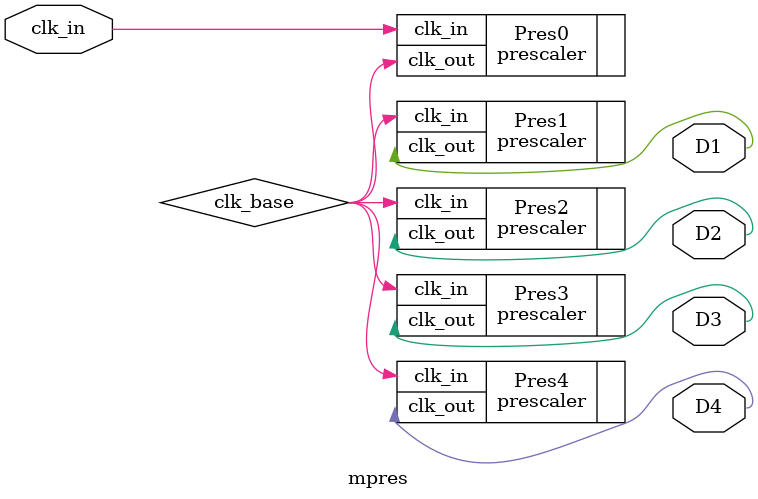
<source format=v>

module mpres(input clk_in, output D1, output D2, output D3, output D4);
wire clk_in;
wire D1;
wire D2;
wire D3;
wire D4;

//-- Parametros del componente
//-- Bits para los diferentes prescalers
//-- Cambiar estos valores segun la secuencia a sacar por los leds
//parameter N0 = 21;  //-- Prescaler base
parameter N0 = 22;    //Periodo aprox 350ms
parameter N1 = 1;	//Periodo aprox 700ms
parameter N2 = 3;	//Periodo aprox 1,4 s	
parameter N3 = 3;	//Periodo aprox 2.8 s
parameter N4 = 1;	//Periodo aprox 5.6 s

//-- Cable con señal de reloj base: la salida del prescaler 0
wire clk_base;

//-- Prescaler base. Conectado a la señal de reloj de entrada
//-- Su salida es por clk_base
//-- Tiene N0 bits de tamaño
prescaler #(.N(N0))
  Pres0(
	  .clk_in(clk_in),
	  .clk_out(clk_base)
  );

//-- Canal 1: Prescaner de N1 bits, conectado a led 1
prescaler #(.N(N1))
  Pres1(
    .clk_in(clk_base),
    .clk_out(D1)
  );

//-- Canal 2: Prescaler de N2 bits, conectado a led 2
prescaler #(.N(N2))
  Pres2(
    .clk_in(clk_base),
    .clk_out(D2)
  );

//-- Canal 3: Prescaler de N3 bits, conectado a led 3
prescaler #(.N(N3))
  Pres3(
    .clk_in(clk_base),
    .clk_out(D3)
  );

//-- Canal 4: Prescaler de N4 bits, conectado a led 4
prescaler #(.N(N4))
  Pres4(
    .clk_in(clk_base),
    .clk_out(D4)
  );

endmodule

</source>
